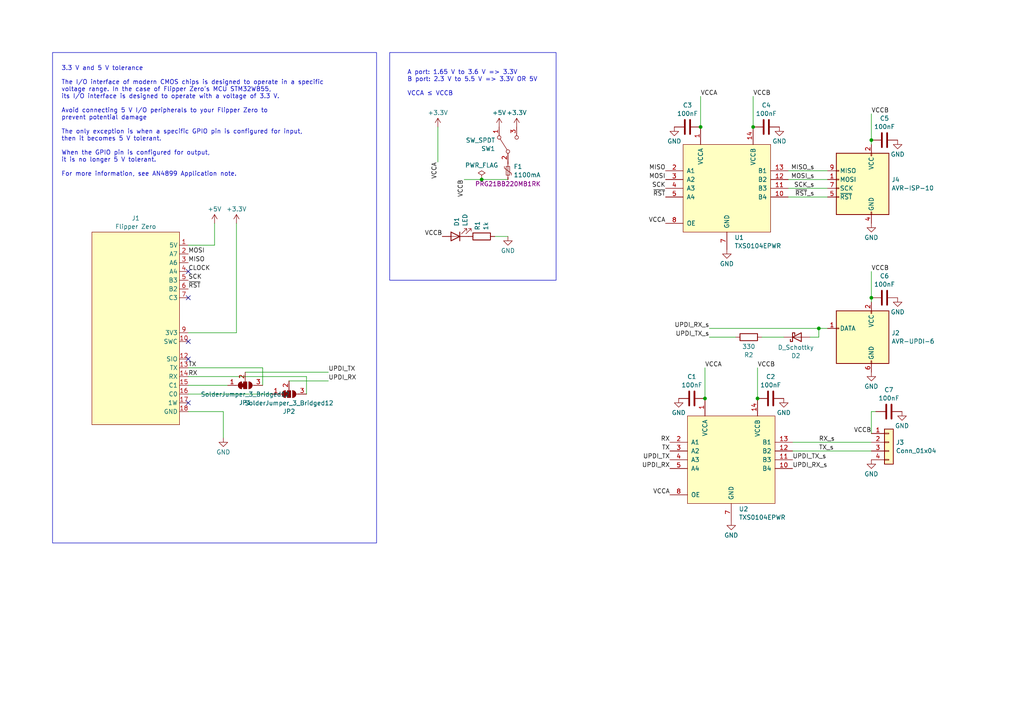
<source format=kicad_sch>
(kicad_sch (version 20230121) (generator eeschema)
  (paper "A4")
  (title_block (title "AVR programmer and debugger board with level shifters") (date "2023-10-12") (rev "1.0") (company "GZT s.p.") (comment 3 "Author: Gašper Doljak"))
  (lib_symbols
    (symbol "AlfaProxima:TXS0104EPWR-Logic_LevelTranslator" (pin_names (offset 1.016))
      (property "Reference" "U8" (at 0 -2.54 0))
      (property "Value" "TXS0104EPWR" (at 0 3.175 0))
      (symbol "TXS0104EPWR-Logic_LevelTranslator_0_1"
        (rectangle (start -12.7 12.7) (end 12.7 -12.7) (fill (type background)))
      )
      (symbol "TXS0104EPWR-Logic_LevelTranslator_1_1"
        (pin power_in line (at -7.62 17.78 270) (length 5.08) (name "VCCA") (number "1"))
        (pin bidirectional line (at 17.78 -2.54 180) (length 5.08) (name "B4") (number "10"))
        (pin bidirectional line (at 17.78 0 180) (length 5.08) (name "B3") (number "11"))
        (pin bidirectional line (at 17.78 2.54 180) (length 5.08) (name "B2") (number "12"))
        (pin bidirectional line (at 17.78 5.08 180) (length 5.08) (name "B1") (number "13"))
        (pin power_in line (at 7.62 17.78 270) (length 5.08) (name "VCCB") (number "14"))
        (pin bidirectional line (at -17.78 5.08 0) (length 5.08) (name "A1") (number "2"))
        (pin bidirectional line (at -17.78 2.54 0) (length 5.08) (name "A2") (number "3"))
        (pin bidirectional line (at -17.78 0 0) (length 5.08) (name "A3") (number "4"))
        (pin bidirectional line (at -17.78 -2.54 0) (length 5.08) (name "A4") (number "5"))
        (pin no_connect line (at 17.78 -11.43 180) (length 5.08) hide (name "NC") (number "6"))
        (pin power_in line (at 0 -17.78 90) (length 5.08) (name "GND") (number "7"))
        (pin input line (at -17.78 -10.16 0) (length 5.08) (name "OE") (number "8"))
        (pin no_connect line (at 17.78 -8.89 180) (length 5.08) hide (name "NC") (number "9"))
      )
    )
    (symbol "Connector:AVR-ISP-10" (pin_names (offset 1.016))
      (property "Reference" "J" (at -6.35 11.43 0))
      (property "Value" "AVR-ISP-10" (at 0 11.43 0))
      (symbol "AVR-ISP-10_0_1"
        (rectangle (start -2.667 -6.858) (end -2.413 -7.62))
        (rectangle (start -2.667 10.16) (end -2.413 9.398))
        (rectangle (start 7.62 -2.413) (end 6.858 -2.667))
        (rectangle (start 7.62 0.127) (end 6.858 -0.127))
        (rectangle (start 7.62 2.667) (end 6.858 2.413))
        (rectangle (start 7.62 5.207) (end 6.858 4.953))
        (rectangle (start 7.62 10.16) (end -7.62 -7.62) (stroke (width 0.254)) (fill (type background)))
      )
      (symbol "AVR-ISP-10_1_1"
        (pin passive line (at 10.16 2.54 180) (length 2.54) (name "MOSI") (number "1"))
        (pin passive line (at -2.54 -10.16 90) (length 2.54) hide (name "GND") (number "10"))
        (pin passive line (at -2.54 12.7 270) (length 2.54) (name "VCC") (number "2"))
        (pin no_connect line (at 7.62 -5.08 180) (length 2.54) hide (name "NC") (number "3"))
        (pin passive line (at -2.54 -10.16 90) (length 2.54) (name "GND") (number "4"))
        (pin passive line (at 10.16 -2.54 180) (length 2.54) (name "~{RST}") (number "5"))
        (pin passive line (at -2.54 -10.16 90) (length 2.54) hide (name "GND") (number "6"))
        (pin passive line (at 10.16 0 180) (length 2.54) (name "SCK") (number "7"))
        (pin passive line (at -2.54 -10.16 90) (length 2.54) hide (name "GND") (number "8"))
        (pin passive line (at 10.16 5.08 180) (length 2.54) (name "MISO") (number "9"))
      )
    )
    (symbol "Connector:AVR-UPDI-6" (pin_names (offset 1.016))
      (property "Reference" "J" (at -6.35 8.89 0))
      (property "Value" "AVR-UPDI-6" (at 0 8.89 0))
      (symbol "AVR-UPDI-6_0_1"
        (rectangle (start -2.667 -6.858) (end -2.413 -7.62))
        (rectangle (start -2.667 7.62) (end -2.413 6.858))
        (rectangle (start 7.62 2.667) (end 6.858 2.413))
        (rectangle (start 7.62 7.62) (end -7.62 -7.62) (stroke (width 0.254)) (fill (type background)))
      )
      (symbol "AVR-UPDI-6_1_1"
        (pin passive line (at 10.16 2.54 180) (length 2.54) (name "DATA") (number "1"))
        (pin passive line (at -2.54 10.16 270) (length 2.54) (name "VCC") (number "2"))
        (pin no_connect line (at 7.62 0 180) (length 2.54) hide (name "NC") (number "3"))
        (pin no_connect line (at 7.62 -2.54 180) (length 2.54) hide (name "NC") (number "4"))
        (pin no_connect line (at 7.62 -5.08 180) (length 2.54) hide (name "NC") (number "5"))
        (pin passive line (at -2.54 -10.16 90) (length 2.54) (name "GND") (number "6"))
      )
    )
    (symbol "Connector_Generic:Conn_01x04" (pin_names (offset 1.016) hide)
      (property "Reference" "J" (at 0 5.08 0))
      (property "Value" "Conn_01x04" (at 0 -7.62 0))
      (symbol "Conn_01x04_1_1"
        (rectangle (start -1.27 -4.953) (end 0 -5.207) (stroke (width 0.1524)))
        (rectangle (start -1.27 -2.413) (end 0 -2.667) (stroke (width 0.1524)))
        (rectangle (start -1.27 0.127) (end 0 -0.127) (stroke (width 0.1524)))
        (rectangle (start -1.27 2.667) (end 0 2.413) (stroke (width 0.1524)))
        (rectangle (start -1.27 3.81) (end 1.27 -6.35) (stroke (width 0.254)) (fill (type background)))
        (pin passive line (at -5.08 2.54 0) (length 3.81) (name "Pin_1") (number "1"))
        (pin passive line (at -5.08 0 0) (length 3.81) (name "Pin_2") (number "2"))
        (pin passive line (at -5.08 -2.54 0) (length 3.81) (name "Pin_3") (number "3"))
        (pin passive line (at -5.08 -5.08 0) (length 3.81) (name "Pin_4") (number "4"))
      )
    )
    (symbol "Device:C" (pin_numbers hide) (pin_names (offset 0.254))
      (property "Reference" "C" (at 0.635 2.54 0))
      (property "Value" "C" (at 0.635 -2.54 0))
      (symbol "C_0_1"
        (polyline (pts (xy -2.032 -0.762) (xy 2.032 -0.762)) (stroke (width 0.508)))
        (polyline (pts (xy -2.032 0.762) (xy 2.032 0.762)) (stroke (width 0.508)))
      )
      (symbol "C_1_1"
        (pin passive line (at 0 3.81 270) (length 2.794) (name "~") (number "1"))
        (pin passive line (at 0 -3.81 90) (length 2.794) (name "~") (number "2"))
      )
    )
    (symbol "Device:D_Schottky" (pin_numbers hide) (pin_names (offset 1.016) hide)
      (property "Reference" "D" (at 0 2.54 0))
      (property "Value" "D_Schottky" (at 0 -2.54 0))
      (symbol "D_Schottky_0_1"
        (polyline (pts (xy 1.27 0) (xy -1.27 0)))
        (polyline (pts (xy 1.27 1.27) (xy 1.27 -1.27) (xy -1.27 0) (xy 1.27 1.27)) (stroke (width 0.254)))
        (polyline (pts (xy -1.905 0.635) (xy -1.905 1.27) (xy -1.27 1.27) (xy -1.27 -1.27) (xy -0.635 -1.27) (xy -0.635 -0.635)) (stroke (width 0.254)))
      )
      (symbol "D_Schottky_1_1"
        (pin passive line (at -3.81 0 0) (length 2.54) (name "K") (number "1"))
        (pin passive line (at 3.81 0 180) (length 2.54) (name "A") (number "2"))
      )
    )
    (symbol "Device:LED" (pin_numbers hide) (pin_names (offset 1.016) hide)
      (property "Reference" "D" (at 0 2.54 0))
      (property "Value" "LED" (at 0 -2.54 0))
      (symbol "LED_0_1"
        (polyline (pts (xy -1.27 -1.27) (xy -1.27 1.27)) (stroke (width 0.254)))
        (polyline (pts (xy -1.27 0) (xy 1.27 0)))
        (polyline (pts (xy 1.27 -1.27) (xy 1.27 1.27) (xy -1.27 0) (xy 1.27 -1.27)) (stroke (width 0.254)))
        (polyline (pts (xy -3.048 -0.762) (xy -4.572 -2.286) (xy -3.81 -2.286) (xy -4.572 -2.286) (xy -4.572 -1.524)))
        (polyline (pts (xy -1.778 -0.762) (xy -3.302 -2.286) (xy -2.54 -2.286) (xy -3.302 -2.286) (xy -3.302 -1.524)))
      )
      (symbol "LED_1_1"
        (pin passive line (at -3.81 0 0) (length 2.54) (name "K") (number "1"))
        (pin passive line (at 3.81 0 180) (length 2.54) (name "A") (number "2"))
      )
    )
    (symbol "Device:Polyfuse_Small" (pin_numbers hide) (pin_names (offset 0))
      (property "Reference" "F" (at -1.905 0 90))
      (property "Value" "Polyfuse_Small" (at 1.905 0 90))
      (symbol "Polyfuse_Small_0_1"
        (rectangle (start -0.508 1.27) (end 0.508 -1.27))
        (polyline (pts (xy 0 2.54) (xy 0 -2.54)))
        (polyline (pts (xy -1.016 1.27) (xy -1.016 0.762) (xy 1.016 -0.762) (xy 1.016 -1.27)))
      )
      (symbol "Polyfuse_Small_1_1"
        (pin passive line (at 0 2.54 270) (length 0.635) (name "~") (number "1"))
        (pin passive line (at 0 -2.54 90) (length 0.635) (name "~") (number "2"))
      )
    )
    (symbol "Device:R" (pin_numbers hide) (pin_names (offset 0))
      (property "Reference" "R" (at 2.032 0 90))
      (property "Value" "R" (at 0 0 90))
      (symbol "R_0_1"
        (rectangle (start -1.016 -2.54) (end 1.016 2.54) (stroke (width 0.254)))
      )
      (symbol "R_1_1"
        (pin passive line (at 0 3.81 270) (length 1.27) (name "~") (number "1"))
        (pin passive line (at 0 -3.81 90) (length 1.27) (name "~") (number "2"))
      )
    )
    (symbol "GZT:Flipper_Zero"
      (property "Reference" "J" (at 0 0 0))
      (property "Value" "Flipper Zero" (at 0 -3.81 0))
      (symbol "Flipper_Zero_1_1"
        (polyline (pts (xy 12.7 25.4) (xy -12.7 25.4) (xy -12.7 -30.48) (xy 12.7 -30.48) (xy 12.7 25.4)) (fill (type background)))
        (pin power_out line (at 15.24 21.59 180) (length 2.54) (name "5V") (number "1"))
        (pin bidirectional line (at 15.24 -6.35 180) (length 2.54) (name "SWC") (number "10"))
        (pin power_out line (at 15.24 -26.67 180) (length 2.54) hide (name "GND") (number "11"))
        (pin bidirectional line (at 15.24 -11.43 180) (length 2.54) (name "SIO") (number "12"))
        (pin output line (at 15.24 -13.97 180) (length 2.54) (name "TX") (number "13"))
        (pin input line (at 15.24 -16.51 180) (length 2.54) (name "RX") (number "14"))
        (pin bidirectional line (at 15.24 -19.05 180) (length 2.54) (name "C1") (number "15"))
        (pin bidirectional line (at 15.24 -21.59 180) (length 2.54) (name "C0") (number "16"))
        (pin bidirectional line (at 15.24 -24.13 180) (length 2.54) (name "1W") (number "17"))
        (pin power_out line (at 15.24 -26.67 180) (length 2.54) (name "GND") (number "18"))
        (pin bidirectional line (at 15.24 19.05 180) (length 2.54) (name "A7") (number "2"))
        (pin bidirectional line (at 15.24 16.51 180) (length 2.54) (name "A6") (number "3"))
        (pin bidirectional line (at 15.24 13.97 180) (length 2.54) (name "A4") (number "4"))
        (pin bidirectional line (at 15.24 11.43 180) (length 2.54) (name "B3") (number "5"))
        (pin bidirectional line (at 15.24 8.89 180) (length 2.54) (name "B2") (number "6"))
        (pin bidirectional line (at 15.24 6.35 180) (length 2.54) (name "C3") (number "7"))
        (pin power_out line (at 15.24 -26.67 180) (length 2.54) hide (name "GND") (number "8"))
        (pin power_out line (at 15.24 -3.81 180) (length 2.54) (name "3V3") (number "9"))
      )
    )
    (symbol "Jumper:SolderJumper_3_Bridged12" (pin_names (offset 0) hide)
      (property "Reference" "JP" (at -2.54 -2.54 0))
      (property "Value" "SolderJumper_3_Bridged12" (at 0 2.794 0))
      (symbol "SolderJumper_3_Bridged12_0_1"
        (rectangle (start -1.016 0.508) (end -0.508 -0.508) (fill (type outline)))
        (arc (start -1.016 1.016) (mid -2.0276 0) (end -1.016 -1.016))
        (arc (start -1.016 1.016) (mid -2.0276 0) (end -1.016 -1.016) (fill (type outline)))
        (rectangle (start -0.508 1.016) (end 0.508 -1.016) (fill (type outline)))
        (polyline (pts (xy -2.54 0) (xy -2.032 0)))
        (polyline (pts (xy -1.016 1.016) (xy -1.016 -1.016)))
        (polyline (pts (xy 0 -1.27) (xy 0 -1.016)))
        (polyline (pts (xy 1.016 1.016) (xy 1.016 -1.016)))
        (polyline (pts (xy 2.54 0) (xy 2.032 0)))
        (arc (start 1.016 -1.016) (mid 2.0276 0) (end 1.016 1.016))
        (arc (start 1.016 -1.016) (mid 2.0276 0) (end 1.016 1.016) (fill (type outline)))
      )
      (symbol "SolderJumper_3_Bridged12_1_1"
        (pin passive line (at -5.08 0 0) (length 2.54) (name "A") (number "1"))
        (pin passive line (at 0 -3.81 90) (length 2.54) (name "C") (number "2"))
        (pin passive line (at 5.08 0 180) (length 2.54) (name "B") (number "3"))
      )
    )
    (symbol "Switch:SW_SPDT" (pin_names (offset 0) hide)
      (property "Reference" "SW" (at 0 4.318 0))
      (property "Value" "SW_SPDT" (at 0 -5.08 0))
      (symbol "SW_SPDT_0_0"
        (circle (center -2.032 0) (radius 0.508))
        (circle (center 2.032 -2.54) (radius 0.508))
      )
      (symbol "SW_SPDT_0_1"
        (polyline (pts (xy -1.524 0.254) (xy 1.651 2.286)))
        (circle (center 2.032 2.54) (radius 0.508))
      )
      (symbol "SW_SPDT_1_1"
        (pin passive line (at 5.08 2.54 180) (length 2.54) (name "A") (number "1"))
        (pin passive line (at -5.08 0 0) (length 2.54) (name "B") (number "2"))
        (pin passive line (at 5.08 -2.54 180) (length 2.54) (name "C") (number "3"))
      )
    )
    (symbol "power:+3.3V" (power) (pin_names (offset 0))
      (property "Value" "+3.3V" (at 0 3.556 0))
      (symbol "+3.3V_0_1"
        (polyline (pts (xy -0.762 1.27) (xy 0 2.54)))
        (polyline (pts (xy 0 0) (xy 0 2.54)))
        (polyline (pts (xy 0 2.54) (xy 0.762 1.27)))
      )
      (symbol "+3.3V_1_1"
        (pin power_in line (at 0 0 90) (length 0) hide (name "+3.3V") (number "1"))
      )
    )
    (symbol "power:+5V" (power) (pin_names (offset 0))
      (property "Value" "+5V" (at 0 3.556 0))
      (symbol "+5V_0_1"
        (polyline (pts (xy -0.762 1.27) (xy 0 2.54)))
        (polyline (pts (xy 0 0) (xy 0 2.54)))
        (polyline (pts (xy 0 2.54) (xy 0.762 1.27)))
      )
      (symbol "+5V_1_1"
        (pin power_in line (at 0 0 90) (length 0) hide (name "+5V") (number "1"))
      )
    )
    (symbol "power:GND" (power) (pin_names (offset 0))
      (property "Value" "GND" (at 0 -3.81 0))
      (symbol "GND_0_1"
        (polyline (pts (xy 0 0) (xy 0 -1.27) (xy 1.27 -1.27) (xy 0 -2.54) (xy -1.27 -1.27) (xy 0 -1.27)))
      )
      (symbol "GND_1_1"
        (pin power_in line (at 0 0 270) (length 0) hide (name "GND") (number "1"))
      )
    )
    (symbol "power:PWR_FLAG" (power) (pin_numbers hide) (pin_names (offset 0) hide)
      (property "Value" "PWR_FLAG" (at 0 3.81 0))
      (symbol "PWR_FLAG_0_0"
        (pin power_out line (at 0 0 90) (length 0) (name "pwr") (number "1"))
      )
      (symbol "PWR_FLAG_0_1"
        (polyline (pts (xy 0 0) (xy 0 1.27) (xy -1.016 1.905) (xy 0 2.54) (xy 1.016 1.905) (xy 0 1.27)))
      )
    )
  )
  (junction (at 219.71 115.57))
  (junction (at 237.49 95.25))
  (junction (at 203.2 36.83))
  (junction (at 204.47 115.57))
  (junction (at 218.44 36.83))
  (junction (at 252.73 86.36))
  (junction (at 139.7 52.07))
  (junction (at 252.73 40.64))
  (no_connect (at 54.61 99.06))
  (no_connect (at 54.61 116.84))
  (no_connect (at 54.61 78.74))
  (no_connect (at 54.61 104.14))
  (no_connect (at 54.61 86.36))
  (wire (pts (xy 205.74 95.25) (xy 237.49 95.25)))
  (wire (pts (xy 143.51 68.58) (xy 147.32 68.58)))
  (wire (pts (xy 252.73 33.02) (xy 252.73 40.64)))
  (wire (pts (xy 127 36.83) (xy 127 46.99)))
  (wire (pts (xy 88.9 109.22) (xy 88.9 114.3)))
  (wire (pts (xy 254 119.38) (xy 252.73 119.38)))
  (wire (pts (xy 54.61 114.3) (xy 78.74 114.3)))
  (wire (pts (xy 203.2 27.94) (xy 203.2 36.83)))
  (wire (pts (xy 54.61 111.76) (xy 66.04 111.76)))
  (wire (pts (xy 228.6 49.53) (xy 240.03 49.53)))
  (wire (pts (xy 139.7 52.07) (xy 147.32 52.07)))
  (wire (pts (xy 204.47 106.68) (xy 204.47 115.57)))
  (wire (pts (xy 252.73 119.38) (xy 252.73 125.73)))
  (wire (pts (xy 228.6 52.07) (xy 240.03 52.07)))
  (wire (pts (xy 229.87 130.81) (xy 252.73 130.81)))
  (wire (pts (xy 71.12 107.95) (xy 95.25 107.95)))
  (wire (pts (xy 237.49 95.25) (xy 240.03 95.25)))
  (wire (pts (xy 62.23 71.12) (xy 62.23 64.77)))
  (wire (pts (xy 54.61 109.22) (xy 88.9 109.22)))
  (wire (pts (xy 68.58 64.77) (xy 68.58 96.52)))
  (wire (pts (xy 229.87 128.27) (xy 252.73 128.27)))
  (wire (pts (xy 234.95 97.79) (xy 237.49 97.79)))
  (wire (pts (xy 228.6 54.61) (xy 240.03 54.61)))
  (wire (pts (xy 54.61 119.38) (xy 64.77 119.38)))
  (wire (pts (xy 252.73 40.64) (xy 252.73 41.91)))
  (wire (pts (xy 220.98 97.79) (xy 227.33 97.79)))
  (wire (pts (xy 54.61 106.68) (xy 76.2 106.68)))
  (wire (pts (xy 219.71 106.68) (xy 219.71 115.57)))
  (wire (pts (xy 228.6 57.15) (xy 240.03 57.15)))
  (wire (pts (xy 134.62 52.07) (xy 139.7 52.07)))
  (wire (pts (xy 218.44 27.94) (xy 218.44 36.83)))
  (wire (pts (xy 68.58 96.52) (xy 54.61 96.52)))
  (wire (pts (xy 64.77 119.38) (xy 64.77 127)))
  (wire (pts (xy 83.82 110.49) (xy 95.25 110.49)))
  (wire (pts (xy 252.73 78.74) (xy 252.73 86.36)))
  (wire (pts (xy 76.2 106.68) (xy 76.2 111.76)))
  (wire (pts (xy 252.73 86.36) (xy 252.73 87.63)))
  (wire (pts (xy 205.74 97.79) (xy 213.36 97.79)))
  (wire (pts (xy 54.61 71.12) (xy 62.23 71.12)))
  (wire (pts (xy 237.49 97.79) (xy 237.49 95.25)))
  (rectangle (start 15.24 15.24) (end 109.22 157.48))
  (rectangle (start 113.03 15.24) (end 161.29 81.28))
  (text "A port: 1.65 V to 3.6 V => 3.3V\nB port: 2.3 V to 5.5 V => 3.3V OR 5V\n\nVCCA ≤ VCCB" (at 118.11 27.94 0) (effects (font (size 1.27 1.27)) (justify left bottom)))
  (text "3.3 V and 5 V tolerance\n\nThe I/O interface of modern CMOS chips is designed to operate in a specific \nvoltage range. In the case of Flipper Zero's MCU STM32WB55, \nits I/O interface is designed to operate with a voltage of 3.3 V.\n\nAvoid connecting 5 V I/O peripherals to your Flipper Zero to \nprevent potential damage\n\nThe only exception is when a specific GPIO pin is configured for input, \nthen it becomes 5 V tolerant. \n\nWhen the GPIO pin is configured for output, \nit is no longer 5 V tolerant.\n\nFor more information, see AN4899 Application note.\n\n" (at 17.78 53.34 0) (effects (font (size 1.27 1.27)) (justify left bottom)))
  (label "UPDI_RX_s" (at 229.87 135.89 0))
  (label "SCK" (at 193.04 54.61 180))
  (label "MISO" (at 193.04 49.53 180))
  (label "VCCB" (at 252.73 125.73 180))
  (label "~{RST}_s" (at 236.22 57.15 180))
  (label "UPDI_TX" (at 95.25 107.95 0))
  (label "CLOCK" (at 54.61 78.74 0))
  (label "VCCB" (at 252.73 78.74 0))
  (label "TX" (at 194.31 130.81 180))
  (label "UPDI_RX_s" (at 205.74 95.25 180))
  (label "MOSI" (at 54.61 73.66 0))
  (label "TX_s" (at 237.49 130.81 0))
  (label "VCCA" (at 194.31 143.51 180))
  (label "RX" (at 194.31 128.27 180))
  (label "UPDI_TX_s" (at 205.74 97.79 180))
  (label "~{RST}" (at 193.04 57.15 180))
  (label "UPDI_RX" (at 194.31 135.89 180))
  (label "RX" (at 54.61 109.22 0))
  (label "VCCB" (at 128.27 68.58 180))
  (label "~{RST}" (at 54.61 83.82 0))
  (label "MISO_s" (at 236.22 49.53 180))
  (label "MOSI" (at 193.04 52.07 180))
  (label "UPDI_TX" (at 194.31 133.35 180))
  (label "TX" (at 54.61 106.68 0))
  (label "SCK_s" (at 236.22 54.61 180))
  (label "MOSI_s" (at 236.22 52.07 180))
  (label "VCCB" (at 134.62 52.07 270))
  (label "VCCA" (at 204.47 106.68 0))
  (label "VCCA" (at 203.2 27.94 0))
  (label "UPDI_TX_s" (at 229.87 133.35 0))
  (label "VCCA" (at 193.04 64.77 180))
  (label "VCCA" (at 127 46.99 270))
  (label "RX_s" (at 237.49 128.27 0))
  (label "UPDI_RX" (at 95.25 110.49 0))
  (label "MISO" (at 54.61 76.2 0))
  (label "VCCB" (at 219.71 106.68 0))
  (label "SCK" (at 54.61 81.28 0))
  (label "VCCB" (at 218.44 27.94 0))
  (label "VCCB" (at 252.73 33.02 0))
  (symbol (lib_id "power:GND") (at 196.85 115.57 0) (unit 1)
    (property "Reference" "#PWR013" (effects hide))
    (property "Value" "GND" (at 196.85 119.7031 0))
  )
  (symbol (lib_id "power:+3.3V") (at 149.86 36.83 0) (unit 1)
    (property "Reference" "#PWR09" (effects hide))
    (property "Value" "+3.3V" (at 149.86 32.6969 0))
  )
  (symbol (lib_id "Device:C") (at 223.52 115.57 90) (unit 1)
    (property "Reference" "C2" (at 223.52 109.2667 90))
    (property "Value" "100nF" (at 223.52 111.6909 90))
    (property "Footprint" "Capacitor_SMD:C_0603_1608Metric" (effects hide))
  )
  (symbol (lib_id "power:GND") (at 260.35 86.36 0) (unit 1)
    (property "Reference" "#PWR018" (effects hide))
    (property "Value" "GND" (at 260.35 90.4931 0))
  )
  (symbol (lib_id "power:+3.3V") (at 127 36.83 0) (unit 1)
    (property "Reference" "#PWR010" (effects hide))
    (property "Value" "+3.3V" (at 127 32.6969 0))
  )
  (symbol (lib_id "Switch:SW_SPDT") (at 147.32 41.91 90) (unit 1)
    (property "Reference" "SW1" (at 143.637 43.1221 90) (effects (justify left)))
    (property "Value" "SW_SPDT" (at 143.637 40.6979 90) (effects (justify left)))
    (property "Footprint" "Connector_PinHeader_2.54mm:PinHeader_1x03_P2.54mm_Vertical" (effects hide))
  )
  (symbol (lib_id "Jumper:SolderJumper_3_Bridged12") (at 71.12 111.76 0) (mirror x) (unit 1)
    (property "Reference" "JP1" (at 71.12 116.7933 0))
    (property "Value" "SolderJumper_3_Bridged12" (at 71.12 114.3691 0))
    (property "Footprint" "Jumper:SolderJumper-3_P1.3mm_Bridged12_RoundedPad1.0x1.5mm" (effects hide))
  )
  (symbol (lib_id "power:GND") (at 195.58 36.83 0) (unit 1)
    (property "Reference" "#PWR014" (effects hide))
    (property "Value" "GND" (at 195.58 40.9631 0))
  )
  (symbol (lib_id "power:GND") (at 261.62 119.38 0) (unit 1)
    (property "Reference" "#PWR019" (effects hide))
    (property "Value" "GND" (at 261.62 123.5131 0))
  )
  (symbol (lib_id "Device:C") (at 200.66 115.57 90) (unit 1)
    (property "Reference" "C1" (at 200.66 109.2667 90))
    (property "Value" "100nF" (at 200.66 111.6909 90))
    (property "Footprint" "Capacitor_SMD:C_0603_1608Metric" (effects hide))
  )
  (symbol (lib_id "power:GND") (at 227.33 115.57 0) (unit 1)
    (property "Reference" "#PWR012" (effects hide))
    (property "Value" "GND" (at 227.33 119.7031 0))
  )
  (symbol (lib_id "Device:C") (at 199.39 36.83 90) (unit 1)
    (property "Reference" "C3" (at 199.39 30.5267 90))
    (property "Value" "100nF" (at 199.39 32.9509 90))
    (property "Footprint" "Capacitor_SMD:C_0603_1608Metric" (effects hide))
  )
  (symbol (lib_id "Device:R") (at 139.7 68.58 90) (unit 1)
    (property "Reference" "R1" (at 138.4879 66.802 0) (effects (justify left)))
    (property "Value" "1k" (at 140.9121 66.802 0) (effects (justify left)))
    (property "Footprint" "Resistor_SMD:R_0603_1608Metric" (effects hide))
  )
  (symbol (lib_id "power:GND") (at 210.82 72.39 0) (unit 1)
    (property "Reference" "#PWR04" (effects hide))
    (property "Value" "GND" (at 210.82 76.5231 0))
  )
  (symbol (lib_id "Device:C") (at 256.54 40.64 90) (unit 1)
    (property "Reference" "C5" (at 256.54 34.3367 90))
    (property "Value" "100nF" (at 256.54 36.7609 90))
    (property "Footprint" "Capacitor_SMD:C_0603_1608Metric" (effects hide))
  )
  (symbol (lib_id "Jumper:SolderJumper_3_Bridged12") (at 83.82 114.3 0) (mirror x) (unit 1)
    (property "Reference" "JP2" (at 83.82 119.3333 0))
    (property "Value" "SolderJumper_3_Bridged12" (at 83.82 116.9091 0))
    (property "Footprint" "Jumper:SolderJumper-3_P1.3mm_Bridged12_RoundedPad1.0x1.5mm" (effects hide))
  )
  (symbol (lib_id "Device:R") (at 217.17 97.79 90) (unit 1)
    (property "Reference" "R2" (at 217.17 102.9503 90))
    (property "Value" "330" (at 217.17 100.5261 90))
    (property "Footprint" "Resistor_SMD:R_0603_1608Metric" (effects hide))
  )
  (symbol (lib_id "Device:LED") (at 132.08 68.58 180) (unit 1)
    (property "Reference" "D1" (at 132.4554 65.659 90) (effects (justify right)))
    (property "Value" "LED" (at 134.8796 65.659 90) (effects (justify right)))
    (property "Footprint" "LED_SMD:LED_1206_3216Metric_ReverseMount_Hole1.8x2.4mm" (effects hide))
  )
  (symbol (lib_id "power:GND") (at 252.73 133.35 0) (unit 1)
    (property "Reference" "#PWR07" (effects hide))
    (property "Value" "GND" (at 252.73 137.4831 0))
  )
  (symbol (lib_id "Device:C") (at 257.81 119.38 90) (unit 1)
    (property "Reference" "C7" (at 257.81 113.0767 90))
    (property "Value" "100nF" (at 257.81 115.5009 90))
    (property "Footprint" "Capacitor_SMD:C_0603_1608Metric" (effects hide))
  )
  (symbol (lib_id "power:+5V") (at 144.78 36.83 0) (unit 1)
    (property "Reference" "#PWR08" (effects hide))
    (property "Value" "+5V" (at 144.78 32.6969 0))
  )
  (symbol (lib_id "power:GND") (at 252.73 64.77 0) (unit 1)
    (property "Reference" "#PWR05" (effects hide))
    (property "Value" "GND" (at 252.73 68.9031 0))
  )
  (symbol (lib_id "power:+3.3V") (at 68.58 64.77 0) (unit 1)
    (property "Reference" "#PWR03" (effects hide))
    (property "Value" "+3.3V" (at 68.58 60.6369 0))
  )
  (symbol (lib_id "power:GND") (at 64.77 127 0) (unit 1)
    (property "Reference" "#PWR01" (effects hide))
    (property "Value" "GND" (at 64.77 131.1331 0))
  )
  (symbol (lib_id "Connector_Generic:Conn_01x04") (at 257.81 128.27 0) (unit 1)
    (property "Reference" "J3" (at 259.842 128.3279 0) (effects (justify left)))
    (property "Value" "Conn_01x04" (at 259.842 130.7521 0) (effects (justify left)))
    (property "Footprint" "Connector_JST:JST_XH_B4B-XH-A_1x04_P2.50mm_Vertical" (effects hide))
  )
  (symbol (lib_id "power:+5V") (at 62.23 64.77 0) (unit 1)
    (property "Reference" "#PWR02" (effects hide))
    (property "Value" "+5V" (at 62.23 60.6369 0))
  )
  (symbol (lib_id "power:GND") (at 226.06 36.83 0) (unit 1)
    (property "Reference" "#PWR015" (effects hide))
    (property "Value" "GND" (at 226.06 40.9631 0))
  )
  (symbol (lib_id "Device:C") (at 222.25 36.83 90) (unit 1)
    (property "Reference" "C4" (at 222.25 30.5267 90))
    (property "Value" "100nF" (at 222.25 32.9509 90))
    (property "Footprint" "Capacitor_SMD:C_0603_1608Metric" (effects hide))
  )
  (symbol (lib_id "power:GND") (at 147.32 68.58 0) (unit 1)
    (property "Reference" "#PWR011" (effects hide))
    (property "Value" "GND" (at 147.32 72.7131 0))
  )
  (symbol (lib_id "AlfaProxima:TXS0104EPWR-Logic_LevelTranslator") (at 210.82 54.61 0) (unit 1)
    (property "Reference" "U1" (at 213.0141 68.9031 0) (effects (justify left)))
    (property "Value" "TXS0104EPWR" (at 213.0141 71.3273 0) (effects (justify left)))
    (property "Footprint" "Package_SO:TSSOP-14_4.4x5mm_P0.65mm" (effects hide))
    (property "Datasheet" "https://www.ti.com/lit/ds/symlink/txs0104e.pdf" (effects hide))
  )
  (symbol (lib_id "power:GND") (at 212.09 151.13 0) (unit 1)
    (property "Reference" "#PWR06" (effects hide))
    (property "Value" "GND" (at 212.09 155.2631 0))
  )
  (symbol (lib_id "Device:D_Schottky") (at 231.14 97.79 0) (mirror x) (unit 1)
    (property "Reference" "D2" (at 230.8225 103.2043 0))
    (property "Value" "D_Schottky" (at 230.8225 100.7801 0))
    (property "Footprint" "Diode_SMD:D_0603_1608Metric" (effects hide))
  )
  (symbol (lib_id "power:GND") (at 260.35 40.64 0) (unit 1)
    (property "Reference" "#PWR016" (effects hide))
    (property "Value" "GND" (at 260.35 44.7731 0))
  )
  (symbol (lib_id "power:PWR_FLAG") (at 139.7 52.07 0) (unit 1)
    (property "Reference" "#FLG01" (effects hide))
    (property "Value" "PWR_FLAG" (at 139.7 47.9369 0))
  )
  (symbol (lib_id "Device:C") (at 256.54 86.36 90) (unit 1)
    (property "Reference" "C6" (at 256.54 80.0567 90))
    (property "Value" "100nF" (at 256.54 82.4809 90))
    (property "Footprint" "Capacitor_SMD:C_0603_1608Metric" (effects hide))
  )
  (symbol (lib_id "GZT:Flipper_Zero") (at 39.37 92.71 0) (unit 1)
    (property "Reference" "J1" (at 39.37 63.2927 0))
    (property "Value" "Flipper Zero" (at 39.37 65.7169 0))
    (property "Footprint" "AlfaProxima:Flipper zero" (effects hide))
    (property "Datasheet" "https://docs.flipper.net/gpio-and-modules" (effects hide))
  )
  (symbol (lib_id "Device:Polyfuse_Small") (at 147.32 49.53 0) (unit 1)
    (property "Reference" "F1" (at 148.971 48.3179 0) (effects (justify left)))
    (property "Value" "1100mA" (at 148.971 50.7421 0) (effects (justify left)))
    (property "Footprint" "Fuse:Fuse_0805_2012Metric" (effects hide))
    (property "Part No" "PRG21BB220MB1RK" (at 147.32 53.34 0))
  )
  (symbol (lib_id "Connector:AVR-ISP-10") (at 250.19 54.61 0) (mirror y) (unit 1)
    (property "Reference" "J4" (at 258.572 52.1279 0) (effects (justify right)))
    (property "Value" "AVR-ISP-10" (at 258.572 54.5521 0) (effects (justify right)))
    (property "Footprint" "Connector_IDC:IDC-Header_2x05_P2.54mm_Vertical" (effects hide))
    (property "Datasheet" " ~" (effects hide))
  )
  (symbol (lib_id "Connector:AVR-UPDI-6") (at 250.19 97.79 0) (mirror y) (unit 1)
    (property "Reference" "J2" (at 258.572 96.5779 0) (effects (justify right)))
    (property "Value" "AVR-UPDI-6" (at 258.572 99.0021 0) (effects (justify right)))
    (property "Footprint" "Connector_IDC:IDC-Header_2x03_P2.54mm_Vertical" (effects hide))
    (property "Datasheet" "https://www.microchip.com/webdoc/GUID-9D10622A-5C16-4405-B092-1BDD437B4976/index.html?GUID-9B349315-2842-4189-B88C-49F4E1055D7F" (effects hide))
  )
  (symbol (lib_id "AlfaProxima:TXS0104EPWR-Logic_LevelTranslator") (at 212.09 133.35 0) (unit 1)
    (property "Reference" "U2" (at 214.2841 147.6431 0) (effects (justify left)))
    (property "Value" "TXS0104EPWR" (at 214.2841 150.0673 0) (effects (justify left)))
    (property "Footprint" "Package_SO:TSSOP-14_4.4x5mm_P0.65mm" (effects hide))
    (property "Datasheet" "https://www.ti.com/lit/ds/symlink/txs0104e.pdf" (effects hide))
  )
  (symbol (lib_id "power:GND") (at 252.73 107.95 0) (unit 1)
    (property "Reference" "#PWR017" (effects hide))
    (property "Value" "GND" (at 252.73 112.0831 0))
  )
)
</source>
